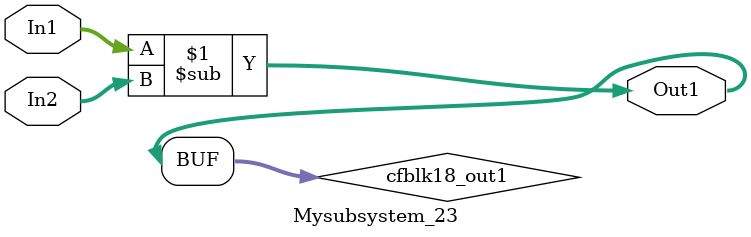
<source format=v>



`timescale 1 ns / 1 ns

module Mysubsystem_23
          (In1,
           In2,
           Out1);


  input   [7:0] In1;  // uint8
  input   [7:0] In2;  // uint8
  output  [7:0] Out1;  // uint8


  wire [7:0] cfblk18_out1;  // uint8


  assign cfblk18_out1 = In1 - In2;



  assign Out1 = cfblk18_out1;

endmodule  // Mysubsystem_23


</source>
